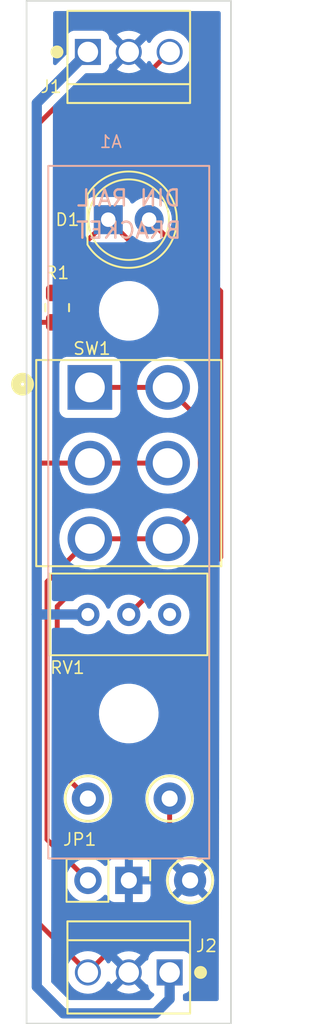
<source format=kicad_pcb>
(kicad_pcb (version 20221018) (generator pcbnew)
  (layers (0 "F.Cu" signal) (31 "B.Cu" signal) (34 "B.Paste" user) (35 "F.Paste" user) (36 "B.SilkS" user "B.Silkscreen") (37 "F.SilkS" user "F.Silkscreen") (38 "B.Mask" user) (39 "F.Mask" user) (44 "Edge.Cuts" user))
  (net 0 "")
  (net 1 "GND")
  (net 2 "Net-(D1-K)")
  (net 3 "Net-(J1-Pin_3)")
  (net 4 "Net-(JP1-B)")
  (net 5 "+24V")
  (net 6 "Net-(D1-A)")
  (footprint ".novac:TestPoint_Keystone_5000-5004_Miniature" (layer "F.Cu") (at 107.95 144.78)
    (fp_text reference "TP2" hide)
    (fp_text value "TestPoint")
    (fp_circle (center 0 0) (end 1.4 0) (stroke (width 0.15)) (fill none) (layer "F.SilkS"))
    (pad "1" thru_hole circle (at 0 0) (size 2 2) (drill 1) (layers "*.Cu" "*.Mask") (net 3 "Net-(J1-Pin_3)"))
  )
  (footprint ".novac:TestPoint_Keystone_5000-5004_Miniature" (layer "F.Cu") (at 109.22 149.86)
    (fp_text reference "TP3" hide)
    (fp_text value "TestPoint" hide)
    (fp_circle (center 0 0) (end 1.4 0) (stroke (width 0.15)) (fill none) (layer "F.SilkS"))
    (pad "1" thru_hole circle (at 0 0) (size 2 2) (drill 1) (layers "*.Cu" "*.Mask") (net 1 "GND"))
  )
  (footprint ".novac:TestPoint_Keystone_5000-5004_Miniature" (layer "F.Cu") (at 102.87 144.78)
    (fp_text reference "TP1" hide)
    (fp_text value "TestPoint")
    (fp_circle (center 0 0) (end 1.4 0) (stroke (width 0.15)) (fill none) (layer "F.SilkS"))
    (pad "1" thru_hole circle (at 0 0) (size 2 2) (drill 1) (layers "*.Cu" "*.Mask") (net 2 "Net-(D1-K)"))
  )
  (footprint ".novac:SW_100AWDP1T2B4M2QE" (layer "F.Cu") (at 105.41 123.952)
    (fp_text reference "SW1" (at -2.286 -7.112) (layer "F.SilkS") (effects (font (size 0.762 0.762) (thickness 0.1016))))
    (fp_text value "SW_DPDT_MSM")
    (fp_line (start -5.75 -6.4) (end -5.75 6.4) (stroke (width 0.127)) (layer "F.SilkS"))
    (fp_line (start -5.75 6.4) (end 5.75 6.4) (stroke (width 0.127)) (layer "F.SilkS"))
    (fp_line (start 5.75 -6.4) (end -5.75 -6.4) (stroke (width 0.127)) (layer "F.SilkS"))
    (fp_line (start 5.75 6.4) (end 5.75 -6.4) (stroke (width 0.127)) (layer "F.SilkS"))
    (fp_circle (center -6.6 -4.9) (end -6.5 -4.9) (stroke (width 0.6096)) (fill none) (layer "F.SilkS"))
    (pad "1" thru_hole rect (at -2.415 -4.7) (size 2.775 2.775) (drill 1.85) (layers "*.Cu" "*.Mask") (net 4 "Net-(JP1-B)"))
    (pad "2" thru_hole circle (at -2.415 0) (size 2.775 2.775) (drill 1.85) (layers "*.Cu" "*.Mask") (net 3 "Net-(J1-Pin_3)"))
    (pad "3" thru_hole circle (at -2.415 4.7) (size 2.775 2.775) (drill 1.85) (layers "*.Cu" "*.Mask") (net 4 "Net-(JP1-B)"))
    (pad "4" thru_hole circle (at 2.415 -4.7) (size 2.775 2.775) (drill 1.85) (layers "*.Cu" "*.Mask") (net 4 "Net-(JP1-B)"))
    (pad "5" thru_hole circle (at 2.415 0) (size 2.775 2.775) (drill 1.85) (layers "*.Cu" "*.Mask") (net 3 "Net-(J1-Pin_3)"))
    (pad "6" thru_hole circle (at 2.415 4.7) (size 2.775 2.775) (drill 1.85) (layers "*.Cu" "*.Mask") (net 4 "Net-(JP1-B)"))
  )
  (footprint ".novac:Potentiometer_Bourns_3296W_Vertical" (layer "F.Cu") (at 102.87 133.35 180)
    (fp_text reference "RV1" (at 1.27 -3.302 180) (layer "F.SilkS") (effects (font (size 0.762 0.762) (thickness 0.1016))))
    (fp_text value "1K")
    (fp_line (start -7.425 -2.53) (end -7.425 2.54) (stroke (width 0.12)) (layer "F.SilkS"))
    (fp_line (start -7.425 -2.53) (end 2.345 -2.53) (stroke (width 0.12)) (layer "F.SilkS"))
    (fp_line (start -7.425 2.54) (end 2.345 2.54) (stroke (width 0.12)) (layer "F.SilkS"))
    (fp_line (start 2.345 -2.53) (end 2.345 2.54) (stroke (width 0.12)) (layer "F.SilkS"))
    (pad "1" thru_hole circle (at 0 0 180) (size 1.44 1.44) (drill 0.8) (layers "*.Cu" "*.Mask") (net 5 "+24V"))
    (pad "2" thru_hole circle (at -2.54 0 180) (size 1.44 1.44) (drill 0.8) (layers "*.Cu" "*.Mask") (net 6 "Net-(D1-A)"))
    (pad "3" thru_hole circle (at -5.08 0 180) (size 1.44 1.44) (drill 0.8) (layers "*.Cu" "*.Mask"))
  )
  (footprint ".novac:R_0805_2012Metric" (layer "F.Cu") (at 100.965 114.3 -90)
    (fp_text reference "R1" (at -2.159 0) (layer "F.SilkS") (effects (font (size 0.762 0.762) (thickness 0.1016))))
    (fp_text value "100")
    (fp_line (start -0.227064 -0.735) (end 0.227064 -0.735) (stroke (width 0.12)) (layer "F.SilkS"))
    (fp_line (start -0.227064 0.735) (end 0.227064 0.735) (stroke (width 0.12)) (layer "F.SilkS"))
    (pad "1" smd roundrect (at -0.9125 0 270) (size 1.025 1.4) (layers "F.Cu" "F.Paste" "F.Mask") (roundrect_rratio 0.243902) (net 2 "Net-(D1-K)"))
    (pad "2" smd roundrect (at 0.9125 0 270) (size 1.025 1.4) (layers "F.Cu" "F.Paste" "F.Mask") (roundrect_rratio 0.243902) (net 3 "Net-(J1-Pin_3)"))
  )
  (footprint ".novac:TE_640454-3" (layer "F.Cu") (at 107.95 155.575 180)
    (fp_text reference "J2" (at -2.286 1.651) (layer "F.SilkS") (effects (font (size 0.762 0.762) (thickness 0.1016))))
    (fp_text value "IO2")
    (fp_line (start -1.27 3.17) (end -1.27 -2.55) (stroke (width 0.127)) (layer "F.SilkS"))
    (fp_line (start 6.35 -2.55) (end -1.27 -2.55) (stroke (width 0.127)) (layer "F.SilkS"))
    (fp_line (start 6.35 -2.55) (end 6.35 3.17) (stroke (width 0.127)) (layer "F.SilkS"))
    (fp_line (start 6.35 2) (end -1.27 2) (stroke (width 0.127)) (layer "F.SilkS"))
    (fp_line (start 6.35 3.17) (end -1.27 3.17) (stroke (width 0.127)) (layer "F.SilkS"))
    (fp_circle (center -1.92 0) (end -1.72 0) (stroke (width 0.4)) (fill none) (layer "F.SilkS"))
    (pad "1" thru_hole rect (at 0 0 180) (size 1.62 1.62) (drill 1.27) (layers "*.Cu" "*.Mask") (net 5 "+24V"))
    (pad "2" thru_hole circle (at 2.54 0 180) (size 1.62 1.62) (drill 1.27) (layers "*.Cu" "*.Mask") (net 1 "GND"))
    (pad "3" thru_hole circle (at 5.08 0 180) (size 1.62 1.62) (drill 1.27) (layers "*.Cu" "*.Mask") (net 3 "Net-(J1-Pin_3)"))
  )
  (footprint "Connector_PinHeader_2.54mm:PinHeader_1x02_P2.54mm_Vertical" (layer "F.Cu") (at 105.415 149.86 -90)
    (fp_text reference "JP1" (at -2.54 3.053) (layer "F.SilkS") (effects (font (size 0.762 0.762) (thickness 0.1016))))
    (fp_text value "SWITCH_ENABLE")
    (fp_line (start -1.33 -1.33) (end 0 -1.33) (stroke (width 0.12)) (layer "F.SilkS"))
    (fp_line (start -1.33 0) (end -1.33 -1.33) (stroke (width 0.12)) (layer "F.SilkS"))
    (fp_line (start -1.33 1.27) (end -1.33 3.87) (stroke (width 0.12)) (layer "F.SilkS"))
    (fp_line (start -1.33 1.27) (end 1.33 1.27) (stroke (width 0.12)) (layer "F.SilkS"))
    (fp_line (start -1.33 3.87) (end 1.33 3.87) (stroke (width 0.12)) (layer "F.SilkS"))
    (fp_line (start 1.33 1.27) (end 1.33 3.87) (stroke (width 0.12)) (layer "F.SilkS"))
    (pad "1" thru_hole rect (at 0 0 270) (size 1.7 1.7) (drill 1) (layers "*.Cu" "*.Mask") (net 1 "GND"))
    (pad "2" thru_hole oval (at 0 2.54 270) (size 1.7 1.7) (drill 1) (layers "*.Cu" "*.Mask") (net 4 "Net-(JP1-B)"))
  )
  (footprint ".novac:TE_640454-3" (layer "F.Cu") (at 102.87 98.425)
    (fp_text reference "J1" (at -2.286 2.159) (layer "F.SilkS") (effects (font (size 0.762 0.762) (thickness 0.1016))))
    (fp_text value "IO1")
    (fp_line (start -1.27 3.17) (end -1.27 -2.55) (stroke (width 0.127)) (layer "F.SilkS"))
    (fp_line (start 6.35 -2.55) (end -1.27 -2.55) (stroke (width 0.127)) (layer "F.SilkS"))
    (fp_line (start 6.35 -2.55) (end 6.35 3.17) (stroke (width 0.127)) (layer "F.SilkS"))
    (fp_line (start 6.35 2) (end -1.27 2) (stroke (width 0.127)) (layer "F.SilkS"))
    (fp_line (start 6.35 3.17) (end -1.27 3.17) (stroke (width 0.127)) (layer "F.SilkS"))
    (fp_circle (center -1.92 0) (end -1.72 0) (stroke (width 0.4)) (fill none) (layer "F.SilkS"))
    (pad "1" thru_hole rect (at 0 0) (size 1.62 1.62) (drill 1.27) (layers "*.Cu" "*.Mask") (net 5 "+24V"))
    (pad "2" thru_hole circle (at 2.54 0) (size 1.62 1.62) (drill 1.27) (layers "*.Cu" "*.Mask") (net 1 "GND"))
    (pad "3" thru_hole circle (at 5.08 0) (size 1.62 1.62) (drill 1.27) (layers "*.Cu" "*.Mask") (net 3 "Net-(J1-Pin_3)"))
  )
  (footprint ".novac:LED_D5.0mm" (layer "F.Cu") (at 104.135 108.839)
    (fp_text reference "D1" (at -2.535 0) (layer "F.SilkS") (effects (font (size 0.762 0.762) (thickness 0.1016))))
    (fp_text value "LED")
    (fp_line (start -1.29 -1.545) (end -1.29 1.545) (stroke (width 0.12)) (layer "F.SilkS"))
    (fp_arc (start -1.29 -1.54483) (mid 2.072002 -2.880433) (end 4.26 0.000462) (stroke (width 0.12)) (layer "F.SilkS"))
    (fp_arc (start 4.26 -0.000462) (mid 2.072002 2.880433) (end -1.29 1.54483) (stroke (width 0.12)) (layer "F.SilkS"))
    (fp_circle (center 1.27 0) (end 3.77 0) (stroke (width 0.12)) (fill none) (layer "F.SilkS"))
    (pad "1" thru_hole rect (at 0 0) (size 1.8 1.8) (drill 0.9) (layers "*.Cu" "*.Mask") (net 2 "Net-(D1-K)"))
    (pad "2" thru_hole circle (at 2.54 0) (size 1.8 1.8) (drill 0.9) (layers "*.Cu" "*.Mask") (net 6 "Net-(D1-A)"))
  )
  (footprint ".novac:BRACKET_DIN_RAIL_2HOLES" (layer "B.Cu") (at 105.41 127 180)
    (fp_text reference "A1" (at 1.12 23) (layer "B.SilkS") (effects (font (size 0.762 0.762) (thickness 0.1016)) (justify mirror)))
    (fp_text value "ASSY_DIN_RAIL_BRACKET")
    (fp_text user "DIN RAIL" (at 0 19.5 unlocked) (layer "B.SilkS") (effects (justify mirror)))
    (fp_text user "BRACKET" (at 0 17.5 unlocked) (layer "B.SilkS") (effects (justify mirror)))
    (fp_line (start -5 21.5) (end -5 -21.5) (stroke (width 0.12)) (layer "B.SilkS"))
    (fp_line (start 5 -21.5) (end -5 -21.5) (stroke (width 0.12)) (layer "B.SilkS"))
    (fp_line (start 5 21.5) (end -5 21.5) (stroke (width 0.12)) (layer "B.SilkS"))
    (fp_line (start 5 21.5) (end 5 -21.5) (stroke (width 0.12)) (layer "B.SilkS"))
    (pad "" np_thru_hole circle (at 0 -12.5 180) (size 3.2 3.2) (drill 3.2) (layers "F&B.Cu" "*.Mask"))
    (pad "" np_thru_hole circle (at 0 12.5 180) (size 3.2 3.2) (drill 3.2) (layers "F&B.Cu" "*.Mask"))
  )
  (gr_rect (start 99.06 95.25) (end 111.76 158.75) (stroke (width 0.1)) (fill none) (layer "Edge.Cuts"))
  (segment (start 100.965 112.014) (end 100.965 113.411) (width 0.3048) (layer "F.Cu") (net 2))
  (segment (start 104.14 108.839) (end 104.135 108.839) (width 0.3048) (layer "F.Cu") (net 2))
  (segment (start 102.87 144.78) (end 100.965 142.875) (width 0.3048) (layer "F.Cu") (net 2))
  (segment (start 100.965 142.875) (end 100.965 132.842) (width 0.3048) (layer "F.Cu") (net 2))
  (segment (start 108.585 131.191) (end 110.49 129.286) (width 0.3048) (layer "F.Cu") (net 2))
  (segment (start 110.49 115.189) (end 104.14 108.839) (width 0.3048) (layer "F.Cu") (net 2))
  (segment (start 104.135 108.839) (end 104.135 108.844) (width 0.3048) (layer "F.Cu") (net 2))
  (segment (start 110.49 129.286) (end 110.49 115.189) (width 0.3048) (layer "F.Cu") (net 2))
  (segment (start 100.965 132.842) (end 102.616 131.191) (width 0.3048) (layer "F.Cu") (net 2))
  (segment (start 104.135 108.844) (end 100.965 112.014) (width 0.3048) (layer "F.Cu") (net 2))
  (segment (start 102.616 131.191) (end 108.585 131.191) (width 0.3048) (layer "F.Cu") (net 2))
  (segment (start 99.7185 113.3875) (end 99.695 113.411) (width 0.3048) (layer "F.Cu") (net 3))
  (segment (start 100.965 115.2125) (end 99.7185 115.2125) (width 0.3048) (layer "F.Cu") (net 3))
  (segment (start 99.7185 115.2125) (end 99.695 115.189) (width 0.3048) (layer "F.Cu") (net 3))
  (segment (start 99.695 113.411) (end 99.695 102.997) (width 0.3048) (layer "F.Cu") (net 3))
  (segment (start 104.521 101.854) (end 107.95 98.425) (width 0.3048) (layer "F.Cu") (net 3))
  (segment (start 101.1955 115.2125) (end 100.965 115.2125) (width 0.3048) (layer "F.Cu") (net 3))
  (segment (start 102.87 155.575) (end 99.695 152.4) (width 0.3048) (layer "F.Cu") (net 3))
  (segment (start 107.315 151.13) (end 102.87 155.575) (width 0.3048) (layer "F.Cu") (net 3))
  (segment (start 99.695 115.189) (end 99.695 113.411) (width 0.3048) (layer "F.Cu") (net 3))
  (segment (start 99.695 152.4) (end 99.695 123.952) (width 0.3048) (layer "F.Cu") (net 3))
  (segment (start 99.695 123.952) (end 107.825 123.952) (width 0.3048) (layer "F.Cu") (net 3))
  (segment (start 107.315 147.955) (end 107.315 151.13) (width 0.3048) (layer "F.Cu") (net 3))
  (segment (start 99.695 123.952) (end 99.695 115.189) (width 0.3048) (layer "F.Cu") (net 3))
  (segment (start 100.838 101.854) (end 104.521 101.854) (width 0.3048) (layer "F.Cu") (net 3))
  (segment (start 107.95 144.78) (end 107.95 147.32) (width 0.3048) (layer "F.Cu") (net 3))
  (segment (start 102.995 123.952) (end 99.695 123.952) (width 0.3048) (layer "F.Cu") (net 3))
  (segment (start 107.95 147.32) (end 107.315 147.955) (width 0.3048) (layer "F.Cu") (net 3))
  (segment (start 99.695 102.997) (end 100.838 101.854) (width 0.3048) (layer "F.Cu") (net 3))
  (segment (start 102.996 128.652) (end 102.998 128.652) (width 0.3048) (layer "F.Cu") (net 4))
  (segment (start 100.33 147.32) (end 100.33 131.318) (width 0.3048) (layer "F.Cu") (net 4))
  (segment (start 107.825 119.255) (end 109.855 121.285) (width 0.3048) (layer "F.Cu") (net 4))
  (segment (start 109.855 126.622) (end 107.825 128.652) (width 0.3048) (layer "F.Cu") (net 4))
  (segment (start 100.33 131.318) (end 102.996 128.652) (width 0.3048) (layer "F.Cu") (net 4))
  (segment (start 102.87 149.86) (end 100.33 147.32) (width 0.3048) (layer "F.Cu") (net 4))
  (segment (start 107.825 119.252) (end 102.998 119.252) (width 0.3048) (layer "F.Cu") (net 4))
  (segment (start 109.855 121.285) (end 109.855 126.622) (width 0.3048) (layer "F.Cu") (net 4))
  (segment (start 102.995 129.478) (end 102.995 128.652) (width 0.3048) (layer "F.Cu") (net 4))
  (segment (start 107.825 128.652) (end 102.998 128.652) (width 0.3048) (layer "F.Cu") (net 4))
  (segment (start 107.825 119.252) (end 107.825 119.255) (width 0.635) (layer "F.Cu") (net 4))
  (segment (start 102.998 128.652) (end 102.997 128.651) (width 0.635) (layer "F.Cu") (net 4))
  (segment (start 102.998 119.252) (end 102.997 119.253) (width 0.635) (layer "F.Cu") (net 4))
  (segment (start 99.695 133.35) (end 99.695 156.464) (width 0.635) (layer "B.Cu") (net 5))
  (segment (start 102.87 133.35) (end 99.695 133.35) (width 0.635) (layer "B.Cu") (net 5))
  (segment (start 99.695 101.6) (end 102.87 98.425) (width 0.635) (layer "B.Cu") (net 5))
  (segment (start 107.95 157.226) (end 107.95 155.575) (width 0.635) (layer "B.Cu") (net 5))
  (segment (start 107.061 158.115) (end 107.95 157.226) (width 0.635) (layer "B.Cu") (net 5))
  (segment (start 99.695 133.35) (end 99.695 101.6) (width 0.635) (layer "B.Cu") (net 5))
  (segment (start 101.346 158.115) (end 107.061 158.115) (width 0.635) (layer "B.Cu") (net 5))
  (segment (start 99.695 156.464) (end 101.346 158.115) (width 0.635) (layer "B.Cu") (net 5))
  (segment (start 108.966 131.953) (end 106.807 131.953) (width 0.3048) (layer "F.Cu") (net 6))
  (segment (start 111.125 113.284) (end 111.125 129.794) (width 0.3048) (layer "F.Cu") (net 6))
  (segment (start 106.68 108.839) (end 111.125 113.284) (width 0.3048) (layer "F.Cu") (net 6))
  (segment (start 106.807 131.953) (end 105.41 133.35) (width 0.3048) (layer "F.Cu") (net 6))
  (segment (start 111.125 129.794) (end 108.966 131.953) (width 0.3048) (layer "F.Cu") (net 6))
  (segment (start 106.675 108.839) (end 106.68 108.839) (width 0.3048) (layer "F.Cu") (net 6))
  (zone (net 1) (net_name "GND") (layer "B.Cu") (connect_pads (clearance 0.508)) (min_thickness 0.25) (fill yes (thermal_gap 0.5) (thermal_bridge_width 0.5))
    (polygon (pts (xy 100.711 95.885) (xy 111.125 95.885) (xy 110.998 157.353) (xy 100.584 157.353)))
  )
)
</source>
